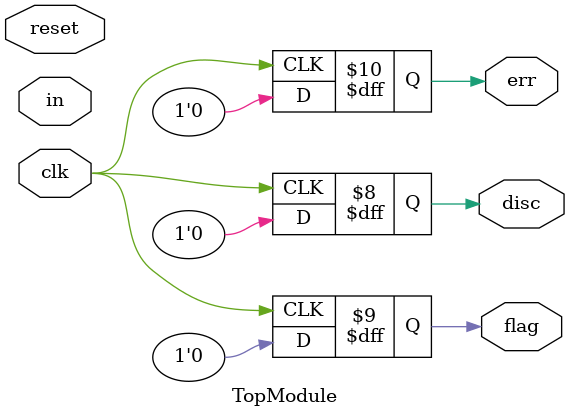
<source format=sv>

module TopModule (
  input clk,
  input reset,
  input in,
  output disc,
  output flag,
  output err
);
always @(posedge clk) begin
    if (reset) begin
        disc <= 1'b0;
        flag <= 1'b0;
        err <= 1'b0;
    end else begin
        disc <= 1'b0;
        flag <= 1'b0;
        err <= 1'b0;
    end
end

endmodule

</source>
